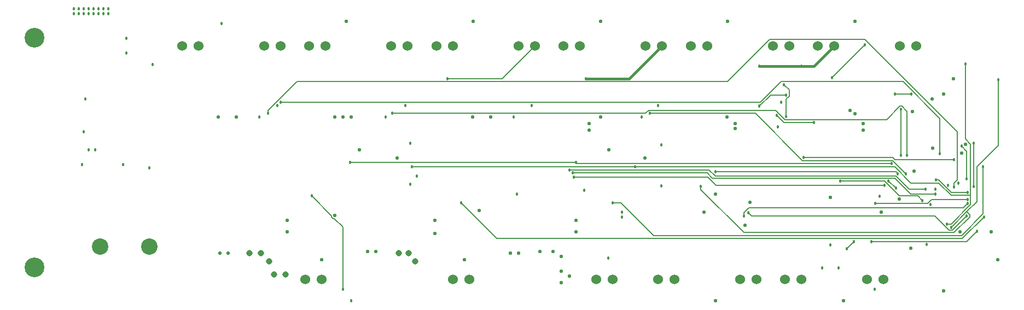
<source format=gbr>
G04 EAGLE Gerber RS-274X export*
G75*
%MOMM*%
%FSLAX34Y34*%
%LPD*%
%INBottom Copper*%
%IPPOS*%
%AMOC8*
5,1,8,0,0,1.08239X$1,22.5*%
G01*
%ADD10C,1.524000*%
%ADD11C,2.540000*%
%ADD12C,3.048000*%
%ADD13C,0.127000*%
%ADD14C,0.457200*%
%ADD15C,0.553200*%
%ADD16C,0.975000*%
%ADD17C,0.381000*%


D10*
X1181100Y63500D03*
X1206500Y63500D03*
X933450Y425450D03*
X908050Y425450D03*
X863600Y425450D03*
X838200Y425450D03*
X1060450Y425450D03*
X1035050Y425450D03*
X1130300Y425450D03*
X1104900Y425450D03*
X1327150Y425450D03*
X1301750Y425450D03*
X1257300Y425450D03*
X1231900Y425450D03*
X1454150Y425450D03*
X1428750Y425450D03*
X958850Y63500D03*
X984250Y63500D03*
D11*
X190500Y114300D03*
X266700Y114300D03*
D10*
X1250950Y63500D03*
X1276350Y63500D03*
X736600Y63500D03*
X762000Y63500D03*
X508000Y63500D03*
X533400Y63500D03*
X1054100Y63500D03*
X1079500Y63500D03*
X1377950Y63500D03*
X1403350Y63500D03*
X342900Y425450D03*
X317500Y425450D03*
X469900Y425450D03*
X444500Y425450D03*
X539750Y425450D03*
X514350Y425450D03*
X666750Y425450D03*
X641350Y425450D03*
X736600Y425450D03*
X711200Y425450D03*
D12*
X88900Y438150D03*
X88900Y82550D03*
D13*
X1198880Y161608D02*
X1483043Y161608D01*
X1198880Y161608D02*
X1193800Y166688D01*
X1483043Y161608D02*
X1504950Y139700D01*
X1509713Y139700D01*
X1531938Y161925D01*
D14*
X1193800Y166688D03*
X1531938Y161925D03*
D15*
X768350Y463550D03*
X965200Y463550D03*
X1162050Y463550D03*
X1358900Y463550D03*
X1511300Y374650D03*
X1447800Y323850D03*
X1479550Y266700D03*
X1530350Y273050D03*
X1445260Y111760D03*
X1521460Y137160D03*
X1341120Y30480D03*
X1143000Y30480D03*
X1033780Y251460D03*
X977900Y264160D03*
X650240Y251460D03*
X591820Y264160D03*
X375920Y104140D03*
X388620Y104140D03*
X604520Y106680D03*
X617220Y106680D03*
X825500Y104140D03*
X838200Y104140D03*
X927100Y154940D03*
X927100Y137160D03*
X708660Y154940D03*
X708660Y134620D03*
X777240Y170180D03*
X754380Y93980D03*
X480060Y154940D03*
X480060Y137160D03*
X533400Y93980D03*
X553720Y162560D03*
D14*
X670560Y274320D03*
X670560Y210820D03*
X1059180Y271780D03*
X1059180Y208280D03*
X858520Y332740D03*
X830580Y314960D03*
X464820Y332740D03*
X436880Y314960D03*
X167640Y342900D03*
X165100Y292100D03*
X226060Y241300D03*
X266700Y236220D03*
X378460Y459740D03*
D15*
X571500Y463550D03*
D14*
X231140Y436880D03*
X231140Y414020D03*
X271780Y396240D03*
D15*
X1478280Y342900D03*
X1496060Y350520D03*
X1427480Y187960D03*
X1450340Y231140D03*
X1399540Y167640D03*
X1196340Y182880D03*
X1188720Y147320D03*
X1496060Y45720D03*
X1579880Y93980D03*
X1569720Y137160D03*
D14*
X1244600Y337820D03*
X1239520Y299720D03*
X662940Y332740D03*
X632460Y314960D03*
X1054100Y332740D03*
X1028700Y314960D03*
X977550Y96394D03*
X1483360Y203200D03*
X998220Y167640D03*
X998220Y160020D03*
D13*
X1187450Y161925D02*
X1187450Y166688D01*
X1195388Y174625D01*
X1527175Y174625D01*
X1533525Y180975D01*
D14*
X1187450Y161925D03*
X1533525Y180975D03*
D13*
X1357313Y122238D02*
X1346200Y111125D01*
D14*
X1346200Y111125D03*
X1357313Y122238D03*
D13*
X1390650Y180975D02*
X1471613Y180975D01*
X1477963Y187325D01*
X1533525Y187325D01*
D14*
X1390650Y180975D03*
X1533525Y187325D03*
D13*
X1531938Y122238D02*
X1384300Y122238D01*
X1531938Y122238D02*
X1547813Y138113D01*
D14*
X1384300Y122238D03*
X1547813Y138113D03*
D13*
X1212850Y338138D02*
X469900Y338138D01*
X1212850Y338138D02*
X1244600Y369888D01*
X1433513Y369888D01*
X1490663Y312738D01*
X1490663Y258763D01*
D14*
X469900Y338138D03*
X1490663Y258763D03*
D13*
X450850Y320675D02*
X450850Y325438D01*
X495300Y369888D01*
X1162050Y369888D01*
X1227138Y434975D01*
X1374775Y434975D01*
X1517650Y292100D01*
X1517650Y217488D01*
X1512888Y212725D01*
X1512888Y206375D01*
D14*
X450850Y320675D03*
X1512888Y206375D03*
D13*
X1131888Y222250D02*
X923925Y222250D01*
X1131888Y222250D02*
X1144588Y209550D01*
X1404938Y209550D01*
D14*
X923925Y222250D03*
X1404938Y209550D03*
X1503363Y209550D03*
D13*
X1035050Y320675D02*
X642938Y320675D01*
X1035050Y320675D02*
X1039813Y325438D01*
X1236663Y325438D01*
X1250950Y311150D01*
X1408113Y311150D01*
X1428750Y331788D01*
X1431925Y331788D01*
X1439863Y323850D01*
X1439863Y255588D01*
D14*
X642938Y320675D03*
X1439863Y255588D03*
X1389380Y48260D03*
X1320800Y116840D03*
D15*
X373380Y314960D03*
X401320Y314960D03*
X553720Y314960D03*
X566420Y314960D03*
X579120Y314960D03*
X767080Y314960D03*
X795020Y314960D03*
X947420Y294640D03*
X947420Y304800D03*
X965200Y314960D03*
X1160780Y314960D03*
X1173480Y304800D03*
X1173480Y297180D03*
X1351280Y325120D03*
X1358900Y320040D03*
X1371600Y304800D03*
X1371600Y294640D03*
X1320800Y190500D03*
X1143000Y195580D03*
X1125220Y167640D03*
X871220Y106680D03*
X891540Y106680D03*
X904240Y99060D03*
X904240Y76200D03*
X904240Y58420D03*
X916940Y68580D03*
X1524000Y259080D03*
D14*
X149860Y482600D03*
X157480Y482600D03*
X165100Y482600D03*
X149860Y474980D03*
X157480Y474980D03*
X165100Y474980D03*
X172720Y482600D03*
X172720Y474980D03*
X180340Y482600D03*
X180340Y474980D03*
X187960Y474980D03*
X187960Y482600D03*
X195580Y482600D03*
X195580Y474980D03*
X203200Y474980D03*
X203200Y482600D03*
D16*
X652780Y104140D03*
X668020Y104140D03*
X678180Y91440D03*
X421640Y104140D03*
X439420Y104140D03*
X452120Y91440D03*
X459740Y71120D03*
X477520Y71120D03*
D14*
X1308100Y81280D03*
X1333500Y81280D03*
X172720Y264160D03*
X162560Y241300D03*
X182880Y264160D03*
D13*
X728663Y374650D02*
X812800Y374650D01*
X863600Y425450D01*
D14*
X728663Y374650D03*
D17*
X942975Y374650D02*
X1009650Y374650D01*
X1060450Y425450D01*
D14*
X942975Y374650D03*
D13*
X1228725Y349250D02*
X1252538Y349250D01*
X1228725Y349250D02*
X1211263Y331788D01*
D14*
X1252538Y349250D03*
X1211263Y331788D03*
D17*
X1276350Y393700D02*
X1295400Y393700D01*
X1327150Y425450D01*
X1276350Y393700D02*
X1211263Y393700D01*
D14*
X1276350Y393700D03*
X1211263Y393700D03*
D13*
X1420813Y350838D02*
X1446213Y350838D01*
D14*
X1446213Y350838D03*
X1420813Y350838D03*
D13*
X1249363Y306388D02*
X1238250Y317500D01*
X1249363Y306388D02*
X1295400Y306388D01*
D14*
X1238250Y317500D03*
X1295400Y306388D03*
D13*
X1252538Y315913D02*
X1252538Y342900D01*
X1257300Y347663D01*
X1257300Y357188D01*
X1249363Y365125D01*
D14*
X1252538Y315913D03*
X1249363Y365125D03*
D13*
X1323975Y376238D02*
X1374775Y427038D01*
D14*
X1323975Y376238D03*
X1374775Y427038D03*
D13*
X1133475Y233363D02*
X917575Y233363D01*
X1133475Y233363D02*
X1143000Y223838D01*
X1422400Y223838D01*
X1443038Y203200D01*
X1468438Y203200D01*
D14*
X917575Y233363D03*
X1468438Y203200D03*
D13*
X1130300Y228600D02*
X922338Y228600D01*
X1130300Y228600D02*
X1138238Y220663D01*
X1420813Y220663D01*
X1445578Y195898D01*
X1483678Y195898D01*
D14*
X922338Y228600D03*
X1483678Y195898D03*
D13*
X1422400Y230188D02*
X1143000Y230188D01*
X1422400Y230188D02*
X1425575Y227013D01*
D14*
X1143000Y230188D03*
X1425575Y227013D03*
D13*
X1204913Y320675D02*
X1041400Y320675D01*
X1204913Y320675D02*
X1277938Y247650D01*
X1417638Y247650D01*
X1438275Y227013D01*
D14*
X1041400Y320675D03*
X1438275Y227013D03*
D13*
X1404938Y215900D02*
X1336675Y215900D01*
X1404938Y215900D02*
X1427798Y193040D01*
X1456373Y193040D01*
X1463675Y185738D01*
D14*
X1336675Y215900D03*
X1463675Y185738D03*
X1397000Y192088D03*
X1476375Y179388D03*
D13*
X1422400Y204788D02*
X1411288Y215900D01*
D14*
X1411288Y215900D03*
X1422400Y204788D03*
D13*
X1430338Y255588D02*
X1430338Y327025D01*
D14*
X1430338Y327025D03*
X1430338Y255588D03*
D13*
X927100Y244475D02*
X577850Y244475D01*
X928688Y242888D02*
X1416050Y242888D01*
X928688Y242888D02*
X927100Y244475D01*
D14*
X927100Y244475D03*
X577850Y244475D03*
X1416050Y242888D03*
X1519238Y212725D03*
X939800Y201613D03*
D13*
X1525588Y127000D02*
X1558925Y160338D01*
X1525588Y127000D02*
X804863Y127000D01*
X749300Y182563D01*
D14*
X1558925Y160338D03*
X749300Y182563D03*
X579120Y30480D03*
X566420Y48260D03*
D13*
X566420Y144780D01*
X553311Y157889D01*
X551785Y157889D01*
X549049Y160625D01*
X549049Y162151D01*
X518160Y193040D01*
D14*
X518160Y193040D03*
D13*
X1557338Y165100D02*
X1557338Y238125D01*
X1557338Y165100D02*
X1524000Y131763D01*
X1047750Y131763D01*
X996950Y182563D01*
X984250Y182563D01*
D14*
X1557338Y238125D03*
X984250Y182563D03*
D13*
X1420813Y249238D02*
X1512888Y249238D01*
X1420813Y249238D02*
X1417638Y252413D01*
X1279525Y252413D01*
D14*
X1512888Y249238D03*
X1279525Y252413D03*
D13*
X1019175Y238125D02*
X673100Y238125D01*
X1530350Y280988D02*
X1530350Y396875D01*
X1530350Y280988D02*
X1538288Y273050D01*
X1538288Y193675D02*
X1538288Y179388D01*
X1538288Y193675D02*
X1538288Y273050D01*
X1538288Y179388D02*
X1508125Y149225D01*
X1501775Y149225D01*
X1420813Y238125D02*
X1019175Y238125D01*
X1420813Y238125D02*
X1445895Y213043D01*
X1488758Y213043D01*
X1508125Y193675D01*
X1538288Y193675D01*
D14*
X673100Y238125D03*
X1019175Y238125D03*
X1501775Y149225D03*
X1470025Y117475D03*
X1530350Y396875D03*
D13*
X1581150Y373063D02*
X1581150Y271463D01*
X1547813Y238125D01*
X1547813Y184150D01*
X1531938Y168275D02*
X1508125Y144463D01*
X1531938Y168275D02*
X1547813Y184150D01*
X1531938Y168275D02*
X1536700Y163513D01*
X1536700Y160338D01*
X1512888Y136525D01*
X1187133Y136525D01*
X1120775Y202883D01*
X1120775Y207963D01*
D14*
X1581150Y373063D03*
X1508125Y144463D03*
X1120775Y207963D03*
X835660Y195580D03*
X680720Y223520D03*
D13*
X1531938Y219075D02*
X1531938Y261938D01*
X1524000Y269875D01*
D14*
X1531938Y219075D03*
X1524000Y269875D03*
D13*
X1543050Y274638D02*
X1543050Y207963D01*
D14*
X1543050Y207963D03*
X1543050Y274638D03*
D13*
X1489075Y217488D02*
X1484313Y217488D01*
X1489075Y217488D02*
X1508125Y198438D01*
X1533525Y198438D01*
D14*
X1484313Y217488D03*
X1533525Y198438D03*
M02*

</source>
